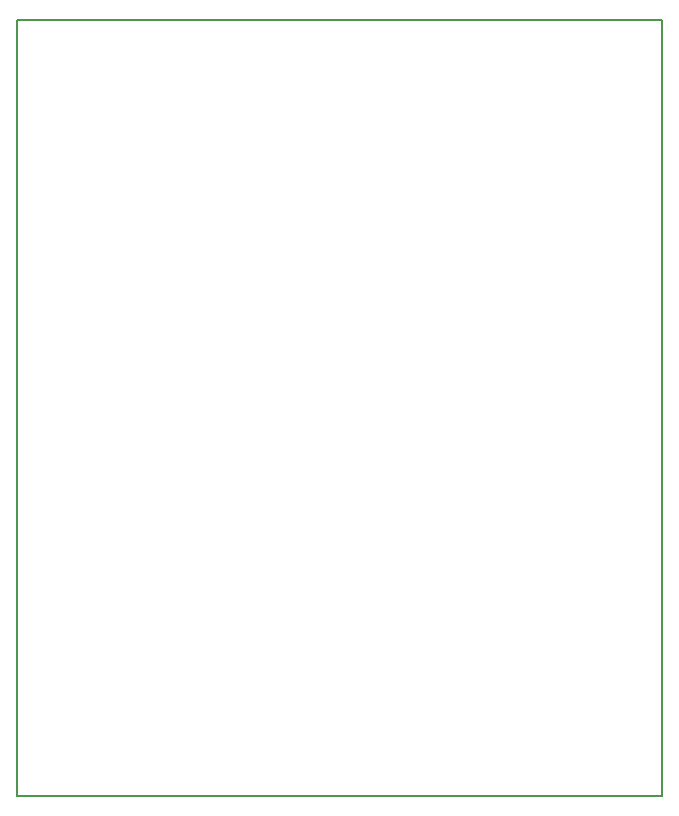
<source format=gtp>
G04*
G04 #@! TF.GenerationSoftware,Altium Limited,Altium Designer,20.2.6 (244)*
G04*
G04 Layer_Color=8421504*
%FSLAX25Y25*%
%MOIN*%
G70*
G04*
G04 #@! TF.SameCoordinates,39434470-8384-4B1D-BF7C-59D8A565AEB1*
G04*
G04*
G04 #@! TF.FilePolarity,Positive*
G04*
G01*
G75*
%ADD12C,0.00500*%
%ADD13C,0.00566*%
D12*
X0Y0D02*
X215000D01*
X215000Y258500D02*
X215000Y0D01*
X-0Y258500D02*
X215000D01*
X-0D02*
X0Y0D01*
D13*
X99394Y167298D02*
D03*
X102543D02*
D03*
X104118D02*
D03*
X105693D02*
D03*
X107268D02*
D03*
X110417D02*
D03*
X111992D02*
D03*
X113567D02*
D03*
X99394Y165724D02*
D03*
X102543D02*
D03*
X104118D02*
D03*
X105693D02*
D03*
X107268D02*
D03*
X110417D02*
D03*
X111992D02*
D03*
X113567D02*
D03*
X99394Y164149D02*
D03*
X100969D02*
D03*
X104118D02*
D03*
X105693D02*
D03*
X107268D02*
D03*
X110417D02*
D03*
X111992D02*
D03*
X113567D02*
D03*
X99394Y162574D02*
D03*
X100969D02*
D03*
X102543D02*
D03*
X104118D02*
D03*
X108843D02*
D03*
X110417D02*
D03*
X111992D02*
D03*
X113567D02*
D03*
X102543Y160999D02*
D03*
X104118D02*
D03*
X105693D02*
D03*
X107268D02*
D03*
X108843D02*
D03*
X110417D02*
D03*
X111992D02*
D03*
X113567D02*
D03*
X100969Y159424D02*
D03*
X102543D02*
D03*
X108843D02*
D03*
X110417D02*
D03*
X111992D02*
D03*
X99394Y157850D02*
D03*
X100969D02*
D03*
X102543D02*
D03*
X104118D02*
D03*
X105693D02*
D03*
X107268D02*
D03*
X102543Y156275D02*
D03*
X104118D02*
D03*
X105693D02*
D03*
X107268D02*
D03*
X108843D02*
D03*
X110417D02*
D03*
X111992D02*
D03*
X113567D02*
D03*
X99394Y154700D02*
D03*
X100969D02*
D03*
X102543D02*
D03*
X104118D02*
D03*
X105693D02*
D03*
X108843D02*
D03*
X111992D02*
D03*
X113567D02*
D03*
M02*

</source>
